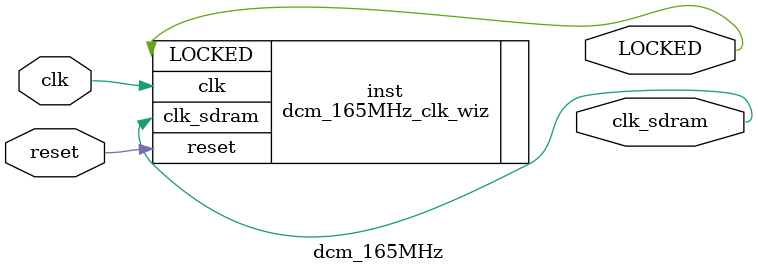
<source format=v>


`timescale 1ps/1ps

(* CORE_GENERATION_INFO = "dcm_165MHz,clk_wiz_v6_0_1_0_0,{component_name=dcm_165MHz,use_phase_alignment=true,use_min_o_jitter=false,use_max_i_jitter=false,use_dyn_phase_shift=false,use_inclk_switchover=false,use_dyn_reconfig=false,enable_axi=0,feedback_source=FDBK_AUTO,PRIMITIVE=MMCM,num_out_clk=1,clkin1_period=10.000,clkin2_period=10.000,use_power_down=false,use_reset=true,use_locked=true,use_inclk_stopped=false,feedback_type=SINGLE,CLOCK_MGR_TYPE=NA,manual_override=true}" *)

module dcm_165MHz 
 (
  // Clock out ports
  output        clk_sdram,
  // Status and control signals
  input         reset,
  output        LOCKED,
 // Clock in ports
  input         clk
 );

  dcm_165MHz_clk_wiz inst
  (
  // Clock out ports  
  .clk_sdram(clk_sdram),
  // Status and control signals               
  .reset(reset), 
  .LOCKED(LOCKED),
 // Clock in ports
  .clk(clk)
  );

endmodule

</source>
